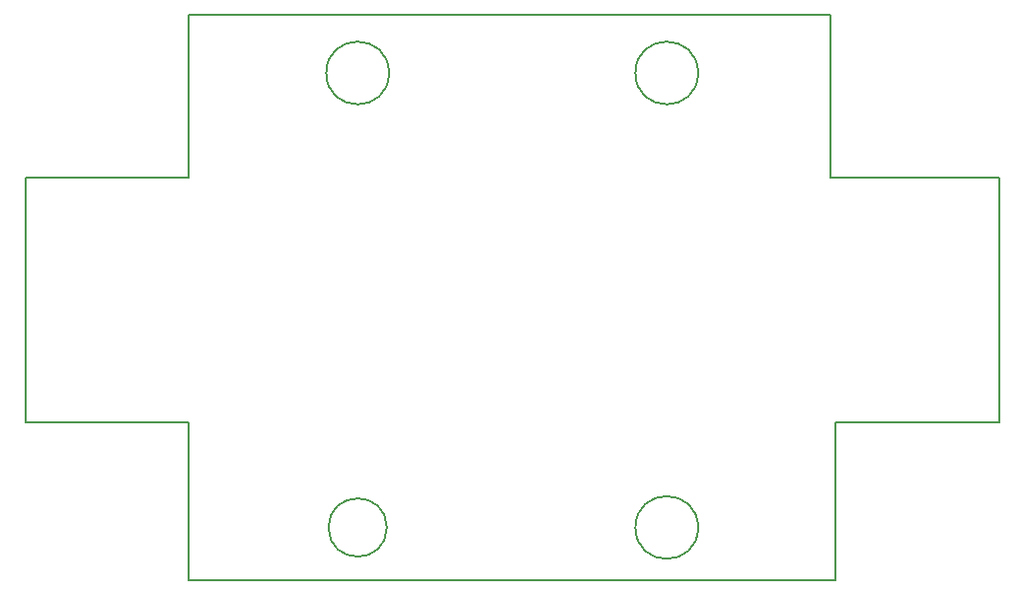
<source format=gbr>
G04 #@! TF.FileFunction,Profile,NP*
%FSLAX46Y46*%
G04 Gerber Fmt 4.6, Leading zero omitted, Abs format (unit mm)*
G04 Created by KiCad (PCBNEW 4.0.2-4+6225~38~ubuntu15.10.1-stable) date Sat 09 Apr 2016 11:14:47 AM CDT*
%MOMM*%
G01*
G04 APERTURE LIST*
%ADD10C,0.100000*%
%ADD11C,0.150000*%
G04 APERTURE END LIST*
D10*
D11*
X138600000Y-88600000D02*
G75*
G03X138600000Y-88600000I-2500000J0D01*
G01*
X177100000Y-93100000D02*
X177100000Y-79600000D01*
X165292582Y-88600000D02*
G75*
G03X165292582Y-88600000I-2692582J0D01*
G01*
X176600000Y-58600000D02*
X178100000Y-58600000D01*
X165292582Y-49600000D02*
G75*
G03X165292582Y-49600000I-2692582J0D01*
G01*
X138792582Y-49600000D02*
G75*
G03X138792582Y-49600000I-2692582J0D01*
G01*
X176600000Y-44600000D02*
X176600000Y-58600000D01*
X121600000Y-93100000D02*
X177100000Y-93100000D01*
X177100000Y-79600000D02*
X191100000Y-79600000D01*
X121600000Y-79600000D02*
X121600000Y-93100000D01*
X191100000Y-79600000D02*
X191100000Y-58600000D01*
X191100000Y-58600000D02*
X178100000Y-58600000D01*
X121600000Y-44600000D02*
X176600000Y-44600000D01*
X121600000Y-58600000D02*
X107600000Y-58600000D01*
X107600000Y-79600000D02*
X121600000Y-79600000D01*
X107600000Y-58600000D02*
X107600000Y-79600000D01*
X121600000Y-44600000D02*
X121600000Y-58600000D01*
M02*

</source>
